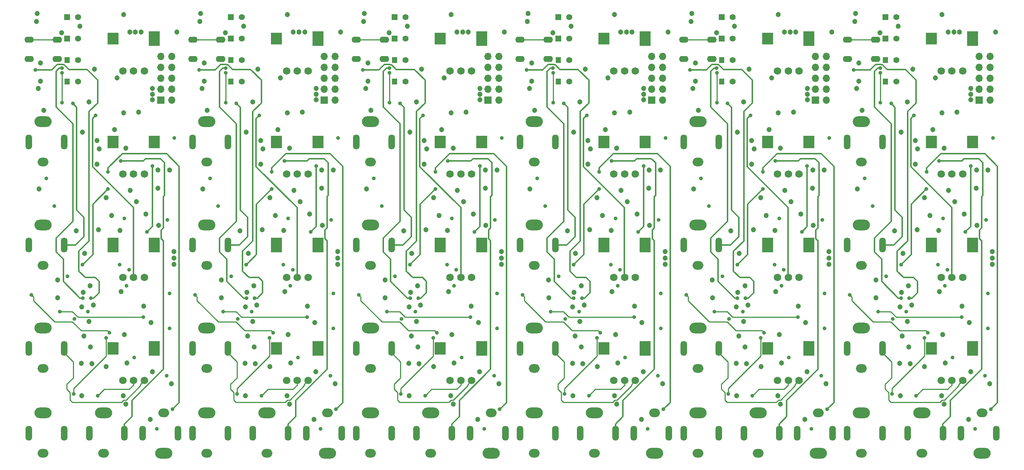
<source format=gtl>
G04 #@! TF.FileFunction,Copper,L1,Top,Signal*
%FSLAX46Y46*%
G04 Gerber Fmt 4.6, Leading zero omitted, Abs format (unit mm)*
G04 Created by KiCad (PCBNEW 4.0.2-stable) date 2019-06-26 1:43:44 PM*
%MOMM*%
G01*
G04 APERTURE LIST*
%ADD10C,0.200000*%
%ADD11R,1.700000X1.700000*%
%ADD12O,1.700000X1.700000*%
%ADD13R,2.500000X3.500000*%
%ADD14R,2.500000X2.750000*%
%ADD15C,1.750000*%
%ADD16O,4.000000X2.500000*%
%ADD17O,2.500000X2.000000*%
%ADD18O,1.500000X3.500000*%
%ADD19R,2.500000X3.000000*%
%ADD20R,1.200000X1.400000*%
%ADD21C,1.400000*%
%ADD22R,1.400000X1.400000*%
%ADD23O,2.200000X1.400000*%
%ADD24O,2.250000X1.400000*%
%ADD25C,1.200000*%
%ADD26C,0.900000*%
%ADD27C,0.250000*%
%ADD28C,0.350000*%
G04 APERTURE END LIST*
D10*
D11*
X254300000Y-67550000D03*
D12*
X256840000Y-67550000D03*
X254300000Y-65010000D03*
X256840000Y-65010000D03*
X254300000Y-62470000D03*
X256840000Y-62470000D03*
X254300000Y-59930000D03*
X256840000Y-59930000D03*
X254300000Y-57390000D03*
X256840000Y-57390000D03*
D11*
X216300000Y-67550000D03*
D12*
X218840000Y-67550000D03*
X216300000Y-65010000D03*
X218840000Y-65010000D03*
X216300000Y-62470000D03*
X218840000Y-62470000D03*
X216300000Y-59930000D03*
X218840000Y-59930000D03*
X216300000Y-57390000D03*
X218840000Y-57390000D03*
D13*
X252800000Y-53250000D03*
D14*
X243200000Y-53250000D03*
D15*
X250500000Y-60750000D03*
X248000000Y-60750000D03*
X245500000Y-60750000D03*
D16*
X255000000Y-149700000D03*
D17*
X255000000Y-140300000D03*
D18*
X250100000Y-145000000D03*
X258300000Y-145000000D03*
D13*
X252800000Y-125250000D03*
D19*
X243200000Y-125250000D03*
D15*
X250500000Y-132750000D03*
X248000000Y-132750000D03*
X245500000Y-132750000D03*
D16*
X241000000Y-140300000D03*
D17*
X241000000Y-149700000D03*
D18*
X245900000Y-145000000D03*
X237700000Y-145000000D03*
D13*
X214800000Y-53250000D03*
D14*
X205200000Y-53250000D03*
D15*
X212500000Y-60750000D03*
X210000000Y-60750000D03*
X207500000Y-60750000D03*
D20*
X194580000Y-58250000D03*
D21*
X197120000Y-58250000D03*
D22*
X194580000Y-48250000D03*
D21*
X197120000Y-48250000D03*
D22*
X194580000Y-53250000D03*
D21*
X197120000Y-53250000D03*
D23*
X185750000Y-53500000D03*
X185750000Y-58000000D03*
D24*
X192250000Y-53500000D03*
X192250000Y-58000000D03*
D16*
X189000000Y-120550000D03*
D17*
X189000000Y-129950000D03*
D18*
X193900000Y-125250000D03*
X185700000Y-125250000D03*
D16*
X189000000Y-140300000D03*
D17*
X189000000Y-149700000D03*
D18*
X193900000Y-145000000D03*
X185700000Y-145000000D03*
D16*
X203000000Y-140300000D03*
D17*
X203000000Y-149700000D03*
D18*
X207900000Y-145000000D03*
X199700000Y-145000000D03*
D16*
X227000000Y-72550000D03*
D17*
X227000000Y-81950000D03*
D18*
X231900000Y-77250000D03*
X223700000Y-77250000D03*
D13*
X252800000Y-101250000D03*
X243200000Y-101250000D03*
D15*
X250500000Y-108750000D03*
X248000000Y-108750000D03*
X245500000Y-108750000D03*
D20*
X232580000Y-63250000D03*
D21*
X235120000Y-63250000D03*
D16*
X227000000Y-96550000D03*
D17*
X227000000Y-105950000D03*
D18*
X231900000Y-101250000D03*
X223700000Y-101250000D03*
D19*
X252800000Y-77250000D03*
X243200000Y-77250000D03*
D15*
X250500000Y-84750000D03*
X248000000Y-84750000D03*
X245500000Y-84750000D03*
D23*
X223750000Y-53500000D03*
X223750000Y-58000000D03*
D24*
X230250000Y-53500000D03*
X230250000Y-58000000D03*
D22*
X232580000Y-48250000D03*
D21*
X235120000Y-48250000D03*
D20*
X232580000Y-58250000D03*
D21*
X235120000Y-58250000D03*
D22*
X232580000Y-53250000D03*
D21*
X235120000Y-53250000D03*
D16*
X227000000Y-140300000D03*
D17*
X227000000Y-149700000D03*
D18*
X231900000Y-145000000D03*
X223700000Y-145000000D03*
D13*
X214800000Y-125250000D03*
D19*
X205200000Y-125250000D03*
D15*
X212500000Y-132750000D03*
X210000000Y-132750000D03*
X207500000Y-132750000D03*
D16*
X217000000Y-149700000D03*
D17*
X217000000Y-140300000D03*
D18*
X212100000Y-145000000D03*
X220300000Y-145000000D03*
D16*
X227000000Y-120550000D03*
D17*
X227000000Y-129950000D03*
D18*
X231900000Y-125250000D03*
X223700000Y-125250000D03*
D19*
X214800000Y-77250000D03*
X205200000Y-77250000D03*
D15*
X212500000Y-84750000D03*
X210000000Y-84750000D03*
X207500000Y-84750000D03*
D16*
X189000000Y-96550000D03*
D17*
X189000000Y-105950000D03*
D18*
X193900000Y-101250000D03*
X185700000Y-101250000D03*
D13*
X214800000Y-101250000D03*
X205200000Y-101250000D03*
D15*
X212500000Y-108750000D03*
X210000000Y-108750000D03*
X207500000Y-108750000D03*
D20*
X194580000Y-63250000D03*
D21*
X197120000Y-63250000D03*
D16*
X189000000Y-72550000D03*
D17*
X189000000Y-81950000D03*
D18*
X193900000Y-77250000D03*
X185700000Y-77250000D03*
D11*
X178300000Y-67550000D03*
D12*
X180840000Y-67550000D03*
X178300000Y-65010000D03*
X180840000Y-65010000D03*
X178300000Y-62470000D03*
X180840000Y-62470000D03*
X178300000Y-59930000D03*
X180840000Y-59930000D03*
X178300000Y-57390000D03*
X180840000Y-57390000D03*
D11*
X140300000Y-67550000D03*
D12*
X142840000Y-67550000D03*
X140300000Y-65010000D03*
X142840000Y-65010000D03*
X140300000Y-62470000D03*
X142840000Y-62470000D03*
X140300000Y-59930000D03*
X142840000Y-59930000D03*
X140300000Y-57390000D03*
X142840000Y-57390000D03*
D13*
X176800000Y-53250000D03*
D14*
X167200000Y-53250000D03*
D15*
X174500000Y-60750000D03*
X172000000Y-60750000D03*
X169500000Y-60750000D03*
D16*
X179000000Y-149700000D03*
D17*
X179000000Y-140300000D03*
D18*
X174100000Y-145000000D03*
X182300000Y-145000000D03*
D13*
X176800000Y-125250000D03*
D19*
X167200000Y-125250000D03*
D15*
X174500000Y-132750000D03*
X172000000Y-132750000D03*
X169500000Y-132750000D03*
D16*
X165000000Y-140300000D03*
D17*
X165000000Y-149700000D03*
D18*
X169900000Y-145000000D03*
X161700000Y-145000000D03*
D13*
X138800000Y-53250000D03*
D14*
X129200000Y-53250000D03*
D15*
X136500000Y-60750000D03*
X134000000Y-60750000D03*
X131500000Y-60750000D03*
D20*
X118580000Y-58250000D03*
D21*
X121120000Y-58250000D03*
D22*
X118580000Y-48250000D03*
D21*
X121120000Y-48250000D03*
D22*
X118580000Y-53250000D03*
D21*
X121120000Y-53250000D03*
D23*
X109750000Y-53500000D03*
X109750000Y-58000000D03*
D24*
X116250000Y-53500000D03*
X116250000Y-58000000D03*
D16*
X113000000Y-120550000D03*
D17*
X113000000Y-129950000D03*
D18*
X117900000Y-125250000D03*
X109700000Y-125250000D03*
D16*
X113000000Y-140300000D03*
D17*
X113000000Y-149700000D03*
D18*
X117900000Y-145000000D03*
X109700000Y-145000000D03*
D16*
X127000000Y-140300000D03*
D17*
X127000000Y-149700000D03*
D18*
X131900000Y-145000000D03*
X123700000Y-145000000D03*
D16*
X151000000Y-72550000D03*
D17*
X151000000Y-81950000D03*
D18*
X155900000Y-77250000D03*
X147700000Y-77250000D03*
D13*
X176800000Y-101250000D03*
X167200000Y-101250000D03*
D15*
X174500000Y-108750000D03*
X172000000Y-108750000D03*
X169500000Y-108750000D03*
D20*
X156580000Y-63250000D03*
D21*
X159120000Y-63250000D03*
D16*
X151000000Y-96550000D03*
D17*
X151000000Y-105950000D03*
D18*
X155900000Y-101250000D03*
X147700000Y-101250000D03*
D19*
X176800000Y-77250000D03*
X167200000Y-77250000D03*
D15*
X174500000Y-84750000D03*
X172000000Y-84750000D03*
X169500000Y-84750000D03*
D23*
X147750000Y-53500000D03*
X147750000Y-58000000D03*
D24*
X154250000Y-53500000D03*
X154250000Y-58000000D03*
D22*
X156580000Y-48250000D03*
D21*
X159120000Y-48250000D03*
D20*
X156580000Y-58250000D03*
D21*
X159120000Y-58250000D03*
D22*
X156580000Y-53250000D03*
D21*
X159120000Y-53250000D03*
D16*
X151000000Y-140300000D03*
D17*
X151000000Y-149700000D03*
D18*
X155900000Y-145000000D03*
X147700000Y-145000000D03*
D13*
X138800000Y-125250000D03*
D19*
X129200000Y-125250000D03*
D15*
X136500000Y-132750000D03*
X134000000Y-132750000D03*
X131500000Y-132750000D03*
D16*
X141000000Y-149700000D03*
D17*
X141000000Y-140300000D03*
D18*
X136100000Y-145000000D03*
X144300000Y-145000000D03*
D16*
X151000000Y-120550000D03*
D17*
X151000000Y-129950000D03*
D18*
X155900000Y-125250000D03*
X147700000Y-125250000D03*
D19*
X138800000Y-77250000D03*
X129200000Y-77250000D03*
D15*
X136500000Y-84750000D03*
X134000000Y-84750000D03*
X131500000Y-84750000D03*
D16*
X113000000Y-96550000D03*
D17*
X113000000Y-105950000D03*
D18*
X117900000Y-101250000D03*
X109700000Y-101250000D03*
D13*
X138800000Y-101250000D03*
X129200000Y-101250000D03*
D15*
X136500000Y-108750000D03*
X134000000Y-108750000D03*
X131500000Y-108750000D03*
D20*
X118580000Y-63250000D03*
D21*
X121120000Y-63250000D03*
D16*
X113000000Y-72550000D03*
D17*
X113000000Y-81950000D03*
D18*
X117900000Y-77250000D03*
X109700000Y-77250000D03*
D11*
X102300000Y-67550000D03*
D12*
X104840000Y-67550000D03*
X102300000Y-65010000D03*
X104840000Y-65010000D03*
X102300000Y-62470000D03*
X104840000Y-62470000D03*
X102300000Y-59930000D03*
X104840000Y-59930000D03*
X102300000Y-57390000D03*
X104840000Y-57390000D03*
D13*
X100800000Y-53250000D03*
D14*
X91200000Y-53250000D03*
D15*
X98500000Y-60750000D03*
X96000000Y-60750000D03*
X93500000Y-60750000D03*
D13*
X100800000Y-125250000D03*
D19*
X91200000Y-125250000D03*
D15*
X98500000Y-132750000D03*
X96000000Y-132750000D03*
X93500000Y-132750000D03*
D16*
X103000000Y-149700000D03*
D17*
X103000000Y-140300000D03*
D18*
X98100000Y-145000000D03*
X106300000Y-145000000D03*
D13*
X100800000Y-101250000D03*
X91200000Y-101250000D03*
D15*
X98500000Y-108750000D03*
X96000000Y-108750000D03*
X93500000Y-108750000D03*
D19*
X100800000Y-77250000D03*
X91200000Y-77250000D03*
D15*
X98500000Y-84750000D03*
X96000000Y-84750000D03*
X93500000Y-84750000D03*
D16*
X75000000Y-72550000D03*
D17*
X75000000Y-81950000D03*
D18*
X79900000Y-77250000D03*
X71700000Y-77250000D03*
D16*
X75000000Y-96550000D03*
D17*
X75000000Y-105950000D03*
D18*
X79900000Y-101250000D03*
X71700000Y-101250000D03*
D20*
X80580000Y-63250000D03*
D21*
X83120000Y-63250000D03*
D23*
X71750000Y-53500000D03*
X71750000Y-58000000D03*
D24*
X78250000Y-53500000D03*
X78250000Y-58000000D03*
D22*
X80580000Y-53250000D03*
D21*
X83120000Y-53250000D03*
D22*
X80580000Y-48250000D03*
D21*
X83120000Y-48250000D03*
D20*
X80580000Y-58250000D03*
D21*
X83120000Y-58250000D03*
D16*
X75000000Y-140300000D03*
D17*
X75000000Y-149700000D03*
D18*
X79900000Y-145000000D03*
X71700000Y-145000000D03*
D16*
X75000000Y-120550000D03*
D17*
X75000000Y-129950000D03*
D18*
X79900000Y-125250000D03*
X71700000Y-125250000D03*
D16*
X89000000Y-140300000D03*
D17*
X89000000Y-149700000D03*
D18*
X93900000Y-145000000D03*
X85700000Y-145000000D03*
D22*
X42580000Y-48250000D03*
D21*
X45120000Y-48250000D03*
D22*
X42580000Y-53250000D03*
D21*
X45120000Y-53250000D03*
D20*
X42580000Y-58250000D03*
D21*
X45120000Y-58250000D03*
D20*
X42580000Y-63250000D03*
D21*
X45120000Y-63250000D03*
D16*
X37000000Y-72550000D03*
D17*
X37000000Y-81950000D03*
D18*
X41900000Y-77250000D03*
X33700000Y-77250000D03*
D16*
X37000000Y-96550000D03*
D17*
X37000000Y-105950000D03*
D18*
X41900000Y-101250000D03*
X33700000Y-101250000D03*
D16*
X51000000Y-140300000D03*
D17*
X51000000Y-149700000D03*
D18*
X55900000Y-145000000D03*
X47700000Y-145000000D03*
D16*
X37000000Y-120550000D03*
D17*
X37000000Y-129950000D03*
D18*
X41900000Y-125250000D03*
X33700000Y-125250000D03*
D16*
X37000000Y-140300000D03*
D17*
X37000000Y-149700000D03*
D18*
X41900000Y-145000000D03*
X33700000Y-145000000D03*
D16*
X65000000Y-149700000D03*
D17*
X65000000Y-140300000D03*
D18*
X60100000Y-145000000D03*
X68300000Y-145000000D03*
D11*
X64300000Y-67550000D03*
D12*
X66840000Y-67550000D03*
X64300000Y-65010000D03*
X66840000Y-65010000D03*
X64300000Y-62470000D03*
X66840000Y-62470000D03*
X64300000Y-59930000D03*
X66840000Y-59930000D03*
X64300000Y-57390000D03*
X66840000Y-57390000D03*
D23*
X33750000Y-53500000D03*
X33750000Y-58000000D03*
D24*
X40250000Y-53500000D03*
X40250000Y-58000000D03*
D13*
X62800000Y-125250000D03*
D19*
X53200000Y-125250000D03*
D15*
X60500000Y-132750000D03*
X58000000Y-132750000D03*
X55500000Y-132750000D03*
D13*
X62800000Y-101250000D03*
X53200000Y-101250000D03*
D15*
X60500000Y-108750000D03*
X58000000Y-108750000D03*
X55500000Y-108750000D03*
D19*
X62800000Y-77250000D03*
X53200000Y-77250000D03*
D15*
X60500000Y-84750000D03*
X58000000Y-84750000D03*
X55500000Y-84750000D03*
D13*
X62800000Y-53250000D03*
D14*
X53200000Y-53250000D03*
D15*
X60500000Y-60750000D03*
X58000000Y-60750000D03*
X55500000Y-60750000D03*
D25*
X237934834Y-110733633D03*
X236290000Y-112250000D03*
X237640000Y-118975020D03*
X245890000Y-122100000D03*
X252340000Y-130700000D03*
X235889967Y-128750000D03*
X251890000Y-141800000D03*
X198165020Y-75000000D03*
X199640000Y-67950000D03*
X200889992Y-60350000D03*
X206140000Y-62350000D03*
X187590000Y-47400000D03*
X210440000Y-51700000D03*
X209090000Y-51700000D03*
X197540000Y-50350000D03*
X189115020Y-69872237D03*
X188417738Y-63100000D03*
X188417738Y-58906624D03*
X199640000Y-118975020D03*
X207890000Y-122100000D03*
X214340000Y-130700000D03*
X197889967Y-128750000D03*
X213890000Y-141800000D03*
X253640000Y-88000000D03*
X234692188Y-97938091D03*
X242890000Y-94350000D03*
X215640000Y-88000000D03*
X198290000Y-112250000D03*
X204890000Y-94350000D03*
X196692188Y-97938091D03*
X199934834Y-110733633D03*
X237640000Y-67950000D03*
X226417738Y-63100000D03*
X238889992Y-60350000D03*
X249190000Y-70350000D03*
X244140000Y-62350000D03*
X225590000Y-47400000D03*
X226417738Y-58906624D03*
X235540000Y-50350000D03*
X249740000Y-51700000D03*
X248440000Y-51700000D03*
X247090000Y-51700000D03*
X211740000Y-51700000D03*
X211190000Y-70350000D03*
X236165020Y-75000000D03*
X227115020Y-69872237D03*
X161934834Y-110733633D03*
X160290000Y-112250000D03*
X161640000Y-118975020D03*
X169890000Y-122100000D03*
X176340000Y-130700000D03*
X159889967Y-128750000D03*
X175890000Y-141800000D03*
X122165020Y-75000000D03*
X123640000Y-67950000D03*
X124889992Y-60350000D03*
X130140000Y-62350000D03*
X111590000Y-47400000D03*
X134440000Y-51700000D03*
X133090000Y-51700000D03*
X121540000Y-50350000D03*
X113115020Y-69872237D03*
X112417738Y-63100000D03*
X112417738Y-58906624D03*
X123640000Y-118975020D03*
X131890000Y-122100000D03*
X138340000Y-130700000D03*
X121889967Y-128750000D03*
X137890000Y-141800000D03*
X177640000Y-88000000D03*
X158692188Y-97938091D03*
X166890000Y-94350000D03*
X139640000Y-88000000D03*
X122290000Y-112250000D03*
X128890000Y-94350000D03*
X120692188Y-97938091D03*
X123934834Y-110733633D03*
X161640000Y-67950000D03*
X150417738Y-63100000D03*
X162889992Y-60350000D03*
X173190000Y-70350000D03*
X168140000Y-62350000D03*
X149590000Y-47400000D03*
X150417738Y-58906624D03*
X159540000Y-50350000D03*
X173740000Y-51700000D03*
X172440000Y-51700000D03*
X171090000Y-51700000D03*
X135740000Y-51700000D03*
X135190000Y-70350000D03*
X160165020Y-75000000D03*
X151115020Y-69872237D03*
X90890000Y-94350000D03*
X82692188Y-97938091D03*
X84290000Y-112250000D03*
X101640000Y-88000000D03*
X85934834Y-110733633D03*
X97190000Y-70350000D03*
X92140000Y-62350000D03*
X86889992Y-60350000D03*
X85640000Y-67950000D03*
X84165020Y-75000000D03*
X83540000Y-50350000D03*
X73590000Y-47400000D03*
X74417738Y-58906624D03*
X97740000Y-51700000D03*
X96440000Y-51700000D03*
X95090000Y-51700000D03*
X75115020Y-69872237D03*
X74417738Y-63100000D03*
X85640000Y-118975020D03*
X83889967Y-128750000D03*
X93890000Y-122100000D03*
X100340000Y-130700000D03*
X99890000Y-141800000D03*
X55890000Y-122100000D03*
X61890000Y-141800000D03*
X44692188Y-97938091D03*
X46165020Y-75000000D03*
X46290000Y-112250000D03*
X45889967Y-128750000D03*
X47934834Y-110733633D03*
X54140000Y-62350000D03*
X47640000Y-118975020D03*
X59190000Y-70350000D03*
X36417738Y-63100000D03*
X62340000Y-130700000D03*
X47640000Y-67950000D03*
X63640000Y-88000000D03*
X52890000Y-94350000D03*
X48889992Y-60350000D03*
X37115020Y-69872237D03*
X36417738Y-58906624D03*
X57090000Y-51700000D03*
X58440000Y-51700000D03*
X35590000Y-47400000D03*
X45540000Y-50350000D03*
X59740000Y-51700000D03*
X238636930Y-115166809D03*
X250340000Y-115450000D03*
X245090000Y-112050000D03*
X230390000Y-113500000D03*
X256790000Y-133450000D03*
X246440000Y-128650000D03*
X241655870Y-129467016D03*
X236491402Y-122400000D03*
X237990000Y-124950000D03*
X246190000Y-138250000D03*
X207690000Y-70500000D03*
X193323066Y-51907859D03*
X207690000Y-47600000D03*
X187428009Y-49278281D03*
X208190000Y-78700000D03*
X201490019Y-82414910D03*
X202040000Y-78900000D03*
X187890000Y-64850000D03*
X198491402Y-122400000D03*
X199990000Y-124950000D03*
X208440000Y-128650000D03*
X218790000Y-133450000D03*
X203655870Y-129467016D03*
X212340000Y-115450000D03*
X208190000Y-138250000D03*
X239490019Y-82414910D03*
X212890000Y-94050000D03*
X215800000Y-96650000D03*
X219400000Y-102750000D03*
X219400000Y-104250000D03*
X219400000Y-105750000D03*
X250890000Y-94050000D03*
X244879452Y-97810566D03*
X253800000Y-96650000D03*
X247200000Y-88550000D03*
X241624980Y-90200000D03*
X209200000Y-88550000D03*
X257400000Y-104250000D03*
X257400000Y-105750000D03*
X257400000Y-102750000D03*
X192390000Y-113500000D03*
X200636930Y-115166809D03*
X206879452Y-97810566D03*
X203624980Y-90200000D03*
X207090000Y-112050000D03*
X240040000Y-78900000D03*
X246190000Y-78700000D03*
X245690000Y-70500000D03*
X225428009Y-49278281D03*
X231323066Y-51907859D03*
X258090000Y-51700000D03*
X245690000Y-47600000D03*
X220090000Y-51700000D03*
X225890000Y-64850000D03*
X162636930Y-115166809D03*
X174340000Y-115450000D03*
X169090000Y-112050000D03*
X154390000Y-113500000D03*
X180790000Y-133450000D03*
X170440000Y-128650000D03*
X165655870Y-129467016D03*
X160491402Y-122400000D03*
X161990000Y-124950000D03*
X170190000Y-138250000D03*
X131690000Y-70500000D03*
X117323066Y-51907859D03*
X131690000Y-47600000D03*
X111428009Y-49278281D03*
X132190000Y-78700000D03*
X125490019Y-82414910D03*
X126040000Y-78900000D03*
X111890000Y-64850000D03*
X122491402Y-122400000D03*
X123990000Y-124950000D03*
X132440000Y-128650000D03*
X142790000Y-133450000D03*
X127655870Y-129467016D03*
X136340000Y-115450000D03*
X132190000Y-138250000D03*
X163490019Y-82414910D03*
X136890000Y-94050000D03*
X139800000Y-96650000D03*
X143400000Y-102750000D03*
X143400000Y-104250000D03*
X143400000Y-105750000D03*
X174890000Y-94050000D03*
X168879452Y-97810566D03*
X177800000Y-96650000D03*
X171200000Y-88550000D03*
X165624980Y-90200000D03*
X133200000Y-88550000D03*
X181400000Y-104250000D03*
X181400000Y-105750000D03*
X181400000Y-102750000D03*
X116390000Y-113500000D03*
X124636930Y-115166809D03*
X130879452Y-97810566D03*
X127624980Y-90200000D03*
X131090000Y-112050000D03*
X164040000Y-78900000D03*
X170190000Y-78700000D03*
X169690000Y-70500000D03*
X149428009Y-49278281D03*
X155323066Y-51907859D03*
X182090000Y-51700000D03*
X169690000Y-47600000D03*
X144090000Y-51700000D03*
X149890000Y-64850000D03*
X89624980Y-90200000D03*
X92879452Y-97810566D03*
X78390000Y-113500000D03*
X95200000Y-88550000D03*
X94190000Y-78700000D03*
X88040000Y-78900000D03*
X87490019Y-82414910D03*
X105400000Y-104250000D03*
X98890000Y-94050000D03*
X105400000Y-105750000D03*
X105400000Y-102750000D03*
X101800000Y-96650000D03*
X93090000Y-112050000D03*
X93690000Y-70500000D03*
X73428009Y-49278281D03*
X79323066Y-51907859D03*
X106090000Y-51700000D03*
X93690000Y-47600000D03*
X73890000Y-64850000D03*
X86636930Y-115166809D03*
X98340000Y-115450000D03*
X84491402Y-122400000D03*
X85990000Y-124950000D03*
X94440000Y-128650000D03*
X89655870Y-129467016D03*
X94190000Y-138250000D03*
X104790000Y-133450000D03*
X51624980Y-90200000D03*
X49490019Y-82414910D03*
X41323066Y-51907859D03*
X63800000Y-96650000D03*
X67400000Y-102750000D03*
X67400000Y-105750000D03*
X67400000Y-104250000D03*
X57200000Y-88550000D03*
X54879452Y-97810566D03*
X55690000Y-47600000D03*
X68090000Y-51700000D03*
X35890000Y-64850000D03*
X50040000Y-78900000D03*
X66790000Y-133450000D03*
X55690000Y-70500000D03*
X48636930Y-115166809D03*
X56190000Y-138250000D03*
X56190000Y-78700000D03*
X35428009Y-49278281D03*
X60340000Y-115450000D03*
X55090000Y-112050000D03*
X40390000Y-113500000D03*
X51655870Y-129467016D03*
X46491402Y-122400000D03*
X56440000Y-128650000D03*
X60890000Y-94050000D03*
X47990000Y-124950000D03*
X252040000Y-119250000D03*
X235946242Y-115600000D03*
X238290000Y-128800000D03*
X235990000Y-136300000D03*
X245625565Y-136304760D03*
X201490019Y-76900000D03*
X205540000Y-74350000D03*
X200290000Y-128800000D03*
X197990000Y-136300000D03*
X214040000Y-119250000D03*
X207625565Y-136304760D03*
X256362460Y-83788006D03*
X253690000Y-83800000D03*
X226040000Y-88200000D03*
X218362460Y-83788006D03*
X230355394Y-109351952D03*
X236614980Y-103200000D03*
X239890000Y-97694744D03*
X248639987Y-91194430D03*
X215690000Y-83800000D03*
X210639987Y-91194430D03*
X197946242Y-115600000D03*
X188040000Y-88200000D03*
X201890000Y-97694744D03*
X192355394Y-109351952D03*
X198614980Y-103200000D03*
X239490019Y-76900000D03*
X243540000Y-74350000D03*
X252400000Y-67450000D03*
X252400000Y-66150000D03*
X252400000Y-64850000D03*
X214400000Y-64850000D03*
X214400000Y-66150000D03*
X214400000Y-67450000D03*
X176040000Y-119250000D03*
X159946242Y-115600000D03*
X162290000Y-128800000D03*
X159990000Y-136300000D03*
X169625565Y-136304760D03*
X125490019Y-76900000D03*
X129540000Y-74350000D03*
X124290000Y-128800000D03*
X121990000Y-136300000D03*
X138040000Y-119250000D03*
X131625565Y-136304760D03*
X180362460Y-83788006D03*
X177690000Y-83800000D03*
X150040000Y-88200000D03*
X142362460Y-83788006D03*
X154355394Y-109351952D03*
X160614980Y-103200000D03*
X163890000Y-97694744D03*
X172639987Y-91194430D03*
X139690000Y-83800000D03*
X134639987Y-91194430D03*
X121946242Y-115600000D03*
X112040000Y-88200000D03*
X125890000Y-97694744D03*
X116355394Y-109351952D03*
X122614980Y-103200000D03*
X163490019Y-76900000D03*
X167540000Y-74350000D03*
X176400000Y-67450000D03*
X176400000Y-66150000D03*
X176400000Y-64850000D03*
X138400000Y-64850000D03*
X138400000Y-66150000D03*
X138400000Y-67450000D03*
X74040000Y-88200000D03*
X87890000Y-97694744D03*
X78355394Y-109351952D03*
X101690000Y-83800000D03*
X96639987Y-91194430D03*
X104362460Y-83788006D03*
X84614980Y-103200000D03*
X100400000Y-66150000D03*
X100400000Y-64850000D03*
X100400000Y-67450000D03*
X91540000Y-74350000D03*
X87490019Y-76900000D03*
X83946242Y-115600000D03*
X83990000Y-136300000D03*
X86290000Y-128800000D03*
X100040000Y-119250000D03*
X93625565Y-136304760D03*
X49490019Y-76900000D03*
X62400000Y-64850000D03*
X62400000Y-66150000D03*
X62400000Y-67450000D03*
X46614980Y-103200000D03*
X45990000Y-136300000D03*
X48290000Y-128800000D03*
X55625565Y-136304760D03*
X40355394Y-109351952D03*
X36040000Y-88200000D03*
X53540000Y-74350000D03*
X58639987Y-91194430D03*
X45946242Y-115600000D03*
X63690000Y-83800000D03*
X49890000Y-97694744D03*
X62040000Y-119250000D03*
X66362460Y-83788006D03*
D26*
X242390000Y-121600000D03*
X204390000Y-121600000D03*
X224290002Y-112850000D03*
X186290002Y-112850000D03*
X166390000Y-121600000D03*
X128390000Y-121600000D03*
X148290002Y-112850000D03*
X110290002Y-112850000D03*
X72290002Y-112850000D03*
X90390000Y-121600000D03*
X34290002Y-112850000D03*
X52390000Y-121600000D03*
X195890000Y-68300000D03*
X233890000Y-68300000D03*
X119890000Y-68300000D03*
X157890000Y-68300000D03*
X81890000Y-68300000D03*
X43890000Y-68300000D03*
X256390000Y-120600000D03*
X246400000Y-110749990D03*
X218390000Y-120600000D03*
X229600000Y-92150000D03*
X191600000Y-92150000D03*
X208400000Y-110749990D03*
X180390000Y-120600000D03*
X170400000Y-110749990D03*
X142390000Y-120600000D03*
X153600000Y-92150000D03*
X115600000Y-92150000D03*
X132400000Y-110749990D03*
X77600000Y-92150000D03*
X94400000Y-110749990D03*
X104390000Y-120600000D03*
X56400000Y-110749990D03*
X39600000Y-92150000D03*
X66390000Y-120600000D03*
X248140000Y-127400000D03*
X210140000Y-127400000D03*
X246940000Y-106950000D03*
X208940000Y-106950000D03*
X172140000Y-127400000D03*
X134140000Y-127400000D03*
X170940000Y-106950000D03*
X132940000Y-106950000D03*
X94940000Y-106950000D03*
X96140000Y-127400000D03*
X58140000Y-127400000D03*
X56940000Y-106950000D03*
X250240000Y-118000000D03*
X230840000Y-116700000D03*
X212240000Y-118000000D03*
X192840000Y-116700000D03*
X174240000Y-118000000D03*
X154840000Y-116700000D03*
X136240000Y-118000000D03*
X116840000Y-116700000D03*
X78840000Y-116700000D03*
X98240000Y-118000000D03*
X60240000Y-118000000D03*
X40840000Y-116700000D03*
X237425777Y-116710124D03*
X253390000Y-144000000D03*
X199425777Y-116710124D03*
X215390000Y-144000000D03*
X161425777Y-116710124D03*
X177390000Y-144000000D03*
X123425777Y-116710124D03*
X139390000Y-144000000D03*
X85425777Y-116710124D03*
X101390000Y-144000000D03*
X47425777Y-116710124D03*
X63390000Y-144000000D03*
X217890000Y-95400000D03*
X255890000Y-95400000D03*
X141890000Y-95400000D03*
X179890000Y-95400000D03*
X103890000Y-95400000D03*
X65890000Y-95400000D03*
X206990000Y-81650002D03*
X244990000Y-81650002D03*
X130990000Y-81650002D03*
X168990000Y-81650002D03*
X92990000Y-81650002D03*
X54990000Y-81650002D03*
X252390000Y-82849994D03*
X213140000Y-98200000D03*
X251140000Y-98200000D03*
X214390000Y-82849994D03*
X176390000Y-82849994D03*
X137140000Y-98200000D03*
X175140000Y-98200000D03*
X138390000Y-82849994D03*
X100390000Y-82849994D03*
X99140000Y-98200000D03*
X61140000Y-98200000D03*
X62390000Y-82849994D03*
X256390000Y-112450000D03*
X218390000Y-112450000D03*
X245900000Y-95050000D03*
X227740000Y-85700000D03*
X207900000Y-95050000D03*
X189740000Y-85700000D03*
X180390000Y-112450000D03*
X142390000Y-112450000D03*
X169900000Y-95050000D03*
X151740000Y-85700000D03*
X131900000Y-95050000D03*
X113740000Y-85700000D03*
X75740000Y-85700000D03*
X93900000Y-95050000D03*
X104390000Y-112450000D03*
X55900000Y-95050000D03*
X66390000Y-112450000D03*
X37740000Y-85700000D03*
X241600010Y-122850000D03*
X234055021Y-135840270D03*
X203600010Y-122850000D03*
X196055021Y-135840270D03*
X165600010Y-122850000D03*
X158055021Y-135840270D03*
X127600010Y-122850000D03*
X120055021Y-135840270D03*
X82055021Y-135840270D03*
X89600010Y-122850000D03*
X51600010Y-122850000D03*
X44055021Y-135840270D03*
X257500000Y-76350008D03*
X219500000Y-76350008D03*
X181500000Y-76350008D03*
X143500000Y-76350008D03*
X105500000Y-76350008D03*
X67500000Y-76350008D03*
X239690000Y-136300000D03*
X201690000Y-136300000D03*
X163690000Y-136300000D03*
X125690000Y-136300000D03*
X87690000Y-136300000D03*
X49690000Y-136300000D03*
X257000000Y-139450000D03*
X204090000Y-84200000D03*
X219000000Y-139450000D03*
X242090000Y-84200000D03*
X181000000Y-139450000D03*
X128090000Y-84200000D03*
X143000000Y-139450000D03*
X166090000Y-84200000D03*
X90090000Y-84200000D03*
X105000000Y-139450000D03*
X67000000Y-139450000D03*
X52090000Y-84200000D03*
X255690000Y-131600000D03*
X217690000Y-131600000D03*
X232690000Y-108500000D03*
X194690000Y-108500000D03*
X179690000Y-131600000D03*
X141690000Y-131600000D03*
X156690000Y-108500000D03*
X118690000Y-108500000D03*
X80690000Y-108500000D03*
X103690000Y-131600000D03*
X65690000Y-131600000D03*
X42690000Y-108500000D03*
X236164969Y-105831268D03*
X242072051Y-88225020D03*
X204072051Y-88225020D03*
X198164969Y-105831268D03*
X160164969Y-105831268D03*
X166072051Y-88225020D03*
X128072051Y-88225020D03*
X122164969Y-105831268D03*
X90072051Y-88225020D03*
X84164969Y-105831268D03*
X46164969Y-105831268D03*
X52072051Y-88225020D03*
X234219903Y-118455145D03*
X196219903Y-118455145D03*
X244790000Y-105800000D03*
X206790000Y-105800000D03*
X158219903Y-118455145D03*
X120219903Y-118455145D03*
X168790000Y-105800000D03*
X130790000Y-105800000D03*
X92790000Y-105800000D03*
X82219903Y-118455145D03*
X54790000Y-105800000D03*
X44219903Y-118455145D03*
X201200000Y-71100000D03*
X239200000Y-71100000D03*
X125200000Y-71100000D03*
X163200000Y-71100000D03*
X87200000Y-71100000D03*
X49200000Y-71100000D03*
X236197775Y-113599988D03*
X193382768Y-60094619D03*
X198197775Y-113599988D03*
X231382768Y-60094619D03*
X160197775Y-113599988D03*
X117382768Y-60094619D03*
X122197775Y-113599988D03*
X155382768Y-60094619D03*
X84197775Y-113599988D03*
X79382768Y-60094619D03*
X41382768Y-60094619D03*
X46197775Y-113599988D03*
X238090000Y-113600000D03*
X187215180Y-60517000D03*
X200090000Y-113600000D03*
X225215180Y-60517000D03*
X162090000Y-113600000D03*
X111215180Y-60517000D03*
X124090000Y-113600000D03*
X149215180Y-60517000D03*
X86090000Y-113600000D03*
X73215180Y-60517000D03*
X35215180Y-60517000D03*
X48090000Y-113600000D03*
X193404197Y-68100000D03*
X193414842Y-61194163D03*
X231404197Y-68100000D03*
X231414842Y-61194163D03*
X117404197Y-68100000D03*
X117414842Y-61194163D03*
X155404197Y-68100000D03*
X155414842Y-61194163D03*
X79414842Y-61194163D03*
X79404197Y-68100000D03*
X41414842Y-61194163D03*
X41404197Y-68100000D03*
D27*
X241940001Y-121150001D02*
X235840001Y-121150001D01*
X242390000Y-121600000D02*
X241940001Y-121150001D01*
X224740001Y-114150001D02*
X224740001Y-113299999D01*
X229690000Y-119100000D02*
X224740001Y-114150001D01*
X224740001Y-113299999D02*
X224290002Y-112850000D01*
X233790000Y-119100000D02*
X229690000Y-119100000D01*
X235840001Y-121150001D02*
X233790000Y-119100000D01*
X191690000Y-119100000D02*
X186740001Y-114150001D01*
X186740001Y-114150001D02*
X186740001Y-113299999D01*
X186740001Y-113299999D02*
X186290002Y-112850000D01*
X203940001Y-121150001D02*
X197840001Y-121150001D01*
X204390000Y-121600000D02*
X203940001Y-121150001D01*
X197840001Y-121150001D02*
X195790000Y-119100000D01*
X195790000Y-119100000D02*
X191690000Y-119100000D01*
X165940001Y-121150001D02*
X159840001Y-121150001D01*
X166390000Y-121600000D02*
X165940001Y-121150001D01*
X148740001Y-114150001D02*
X148740001Y-113299999D01*
X153690000Y-119100000D02*
X148740001Y-114150001D01*
X148740001Y-113299999D02*
X148290002Y-112850000D01*
X157790000Y-119100000D02*
X153690000Y-119100000D01*
X159840001Y-121150001D02*
X157790000Y-119100000D01*
X115690000Y-119100000D02*
X110740001Y-114150001D01*
X110740001Y-114150001D02*
X110740001Y-113299999D01*
X110740001Y-113299999D02*
X110290002Y-112850000D01*
X127940001Y-121150001D02*
X121840001Y-121150001D01*
X128390000Y-121600000D02*
X127940001Y-121150001D01*
X121840001Y-121150001D02*
X119790000Y-119100000D01*
X119790000Y-119100000D02*
X115690000Y-119100000D01*
X89940001Y-121150001D02*
X83840001Y-121150001D01*
X90390000Y-121600000D02*
X89940001Y-121150001D01*
X72740001Y-113299999D02*
X72290002Y-112850000D01*
X72740001Y-114150001D02*
X72740001Y-113299999D01*
X77690000Y-119100000D02*
X72740001Y-114150001D01*
X83840001Y-121150001D02*
X81790000Y-119100000D01*
X81790000Y-119100000D02*
X77690000Y-119100000D01*
X52390000Y-121600000D02*
X51940001Y-121150001D01*
X51940001Y-121150001D02*
X45840001Y-121150001D01*
X45840001Y-121150001D02*
X43790000Y-119100000D01*
X43790000Y-119100000D02*
X39690000Y-119100000D01*
X39690000Y-119100000D02*
X34740001Y-114150001D01*
X34740001Y-114150001D02*
X34740001Y-113299999D01*
X34740001Y-113299999D02*
X34290002Y-112850000D01*
X232390000Y-101250000D02*
X232390000Y-102250000D01*
D28*
X234540000Y-101250000D02*
X231890000Y-101250000D01*
D27*
X231890000Y-101250000D02*
X231890000Y-102250000D01*
D28*
X236490000Y-99300000D02*
X234540000Y-101250000D01*
X236490000Y-94800000D02*
X236490000Y-99300000D01*
X234790000Y-93100000D02*
X236490000Y-94800000D01*
X233890000Y-68300000D02*
X234790000Y-69200000D01*
X234790000Y-69200000D02*
X234790000Y-93100000D01*
D27*
X193890000Y-101250000D02*
X193890000Y-102250000D01*
X194390000Y-101250000D02*
X194390000Y-102250000D01*
D28*
X196540000Y-101250000D02*
X193890000Y-101250000D01*
X198490000Y-99300000D02*
X196540000Y-101250000D01*
X198490000Y-94800000D02*
X198490000Y-99300000D01*
X195890000Y-68300000D02*
X196790000Y-69200000D01*
X196790000Y-93100000D02*
X198490000Y-94800000D01*
X196790000Y-69200000D02*
X196790000Y-93100000D01*
D27*
X156390000Y-101250000D02*
X156390000Y-102250000D01*
D28*
X158540000Y-101250000D02*
X155890000Y-101250000D01*
D27*
X155890000Y-101250000D02*
X155890000Y-102250000D01*
D28*
X160490000Y-99300000D02*
X158540000Y-101250000D01*
X160490000Y-94800000D02*
X160490000Y-99300000D01*
X158790000Y-93100000D02*
X160490000Y-94800000D01*
X157890000Y-68300000D02*
X158790000Y-69200000D01*
X158790000Y-69200000D02*
X158790000Y-93100000D01*
D27*
X117890000Y-101250000D02*
X117890000Y-102250000D01*
X118390000Y-101250000D02*
X118390000Y-102250000D01*
D28*
X120540000Y-101250000D02*
X117890000Y-101250000D01*
X122490000Y-99300000D02*
X120540000Y-101250000D01*
X122490000Y-94800000D02*
X122490000Y-99300000D01*
X119890000Y-68300000D02*
X120790000Y-69200000D01*
X120790000Y-93100000D02*
X122490000Y-94800000D01*
X120790000Y-69200000D02*
X120790000Y-93100000D01*
X81890000Y-68300000D02*
X82790000Y-69200000D01*
X82790000Y-69200000D02*
X82790000Y-93100000D01*
D27*
X79890000Y-101250000D02*
X79890000Y-102250000D01*
D28*
X82540000Y-101250000D02*
X79890000Y-101250000D01*
D27*
X80390000Y-101250000D02*
X80390000Y-102250000D01*
D28*
X84490000Y-99300000D02*
X82540000Y-101250000D01*
X84490000Y-94800000D02*
X84490000Y-99300000D01*
X82790000Y-93100000D02*
X84490000Y-94800000D01*
X43890000Y-68300000D02*
X44790000Y-69200000D01*
X44790000Y-69200000D02*
X44790000Y-93100000D01*
X44790000Y-93100000D02*
X46490000Y-94800000D01*
X46490000Y-94800000D02*
X46490000Y-99300000D01*
X46490000Y-99300000D02*
X44540000Y-101250000D01*
X44540000Y-101250000D02*
X41890000Y-101250000D01*
D27*
X41890000Y-101250000D02*
X41890000Y-102250000D01*
X42390000Y-101250000D02*
X42390000Y-102250000D01*
X195800000Y-137800000D02*
X207196998Y-137800000D01*
X211605001Y-133928001D02*
X211605001Y-133624999D01*
X211605001Y-133624999D02*
X212480000Y-132750000D01*
X208258003Y-137274999D02*
X211605001Y-133928001D01*
X207721999Y-137274999D02*
X208258003Y-137274999D01*
X207196998Y-137800000D02*
X207721999Y-137274999D01*
X193890000Y-126300000D02*
X195990000Y-128400000D01*
X194500000Y-133590000D02*
X194500000Y-134750000D01*
X195990000Y-132100000D02*
X194500000Y-133590000D01*
X195990000Y-128400000D02*
X195990000Y-132100000D01*
X195280001Y-137280001D02*
X195800000Y-137800000D01*
X194500000Y-134750000D02*
X195280001Y-135530001D01*
X195280001Y-135530001D02*
X195280001Y-137280001D01*
X249605001Y-133624999D02*
X250480000Y-132750000D01*
X249605001Y-133928001D02*
X249605001Y-133624999D01*
X233280001Y-135530001D02*
X233280001Y-137280001D01*
X233280001Y-137280001D02*
X233800000Y-137800000D01*
X233990000Y-128400000D02*
X233990000Y-132100000D01*
X232500000Y-134750000D02*
X233280001Y-135530001D01*
X233990000Y-132100000D02*
X232500000Y-133590000D01*
X232500000Y-133590000D02*
X232500000Y-134750000D01*
X233800000Y-137800000D02*
X245196998Y-137800000D01*
X245721999Y-137274999D02*
X246258003Y-137274999D01*
X245196998Y-137800000D02*
X245721999Y-137274999D01*
X246258003Y-137274999D02*
X249605001Y-133928001D01*
X231890000Y-126300000D02*
X233990000Y-128400000D01*
X231890000Y-125250000D02*
X231890000Y-126300000D01*
X193890000Y-125250000D02*
X193890000Y-126300000D01*
X119800000Y-137800000D02*
X131196998Y-137800000D01*
X135605001Y-133928001D02*
X135605001Y-133624999D01*
X135605001Y-133624999D02*
X136480000Y-132750000D01*
X132258003Y-137274999D02*
X135605001Y-133928001D01*
X131721999Y-137274999D02*
X132258003Y-137274999D01*
X131196998Y-137800000D02*
X131721999Y-137274999D01*
X117890000Y-126300000D02*
X119990000Y-128400000D01*
X118500000Y-133590000D02*
X118500000Y-134750000D01*
X119990000Y-132100000D02*
X118500000Y-133590000D01*
X119990000Y-128400000D02*
X119990000Y-132100000D01*
X119280001Y-137280001D02*
X119800000Y-137800000D01*
X118500000Y-134750000D02*
X119280001Y-135530001D01*
X119280001Y-135530001D02*
X119280001Y-137280001D01*
X173605001Y-133624999D02*
X174480000Y-132750000D01*
X173605001Y-133928001D02*
X173605001Y-133624999D01*
X157280001Y-135530001D02*
X157280001Y-137280001D01*
X157280001Y-137280001D02*
X157800000Y-137800000D01*
X157990000Y-128400000D02*
X157990000Y-132100000D01*
X156500000Y-134750000D02*
X157280001Y-135530001D01*
X157990000Y-132100000D02*
X156500000Y-133590000D01*
X156500000Y-133590000D02*
X156500000Y-134750000D01*
X157800000Y-137800000D02*
X169196998Y-137800000D01*
X169721999Y-137274999D02*
X170258003Y-137274999D01*
X169196998Y-137800000D02*
X169721999Y-137274999D01*
X170258003Y-137274999D02*
X173605001Y-133928001D01*
X155890000Y-126300000D02*
X157990000Y-128400000D01*
X155890000Y-125250000D02*
X155890000Y-126300000D01*
X117890000Y-125250000D02*
X117890000Y-126300000D01*
X79890000Y-126300000D02*
X81990000Y-128400000D01*
X79890000Y-125250000D02*
X79890000Y-126300000D01*
X93196998Y-137800000D02*
X93721999Y-137274999D01*
X93721999Y-137274999D02*
X94258003Y-137274999D01*
X97605001Y-133928001D02*
X97605001Y-133624999D01*
X94258003Y-137274999D02*
X97605001Y-133928001D01*
X97605001Y-133624999D02*
X98480000Y-132750000D01*
X81280001Y-135530001D02*
X81280001Y-137280001D01*
X81800000Y-137800000D02*
X93196998Y-137800000D01*
X81280001Y-137280001D02*
X81800000Y-137800000D01*
X81990000Y-128400000D02*
X81990000Y-132100000D01*
X80500000Y-133590000D02*
X80500000Y-134750000D01*
X80500000Y-134750000D02*
X81280001Y-135530001D01*
X81990000Y-132100000D02*
X80500000Y-133590000D01*
X42500000Y-134750000D02*
X43280001Y-135530001D01*
X59605001Y-133928001D02*
X59605001Y-133624999D01*
X41890000Y-125250000D02*
X41890000Y-126300000D01*
X43990000Y-132100000D02*
X42500000Y-133590000D01*
X56258003Y-137274999D02*
X59605001Y-133928001D01*
X55196998Y-137800000D02*
X55721999Y-137274999D01*
X41890000Y-126300000D02*
X43990000Y-128400000D01*
X59605001Y-133624999D02*
X60480000Y-132750000D01*
X43990000Y-128400000D02*
X43990000Y-132100000D01*
X42500000Y-133590000D02*
X42500000Y-134750000D01*
X43280001Y-135530001D02*
X43280001Y-137280001D01*
X43280001Y-137280001D02*
X43800000Y-137800000D01*
X43800000Y-137800000D02*
X55196998Y-137800000D01*
X55721999Y-137274999D02*
X56258003Y-137274999D01*
X235087002Y-118000000D02*
X249603604Y-118000000D01*
X211603604Y-118000000D02*
X212240000Y-118000000D01*
X249603604Y-118000000D02*
X250240000Y-118000000D01*
X233787002Y-116700000D02*
X235087002Y-118000000D01*
X230840000Y-116700000D02*
X233787002Y-116700000D01*
X195787002Y-116700000D02*
X197087002Y-118000000D01*
X197087002Y-118000000D02*
X211603604Y-118000000D01*
X192840000Y-116700000D02*
X195787002Y-116700000D01*
X159087002Y-118000000D02*
X173603604Y-118000000D01*
X135603604Y-118000000D02*
X136240000Y-118000000D01*
X173603604Y-118000000D02*
X174240000Y-118000000D01*
X157787002Y-116700000D02*
X159087002Y-118000000D01*
X154840000Y-116700000D02*
X157787002Y-116700000D01*
X119787002Y-116700000D02*
X121087002Y-118000000D01*
X121087002Y-118000000D02*
X135603604Y-118000000D01*
X116840000Y-116700000D02*
X119787002Y-116700000D01*
X97603604Y-118000000D02*
X98240000Y-118000000D01*
X83087002Y-118000000D02*
X97603604Y-118000000D01*
X81787002Y-116700000D02*
X83087002Y-118000000D01*
X78840000Y-116700000D02*
X81787002Y-116700000D01*
X59603604Y-118000000D02*
X60240000Y-118000000D01*
X40840000Y-116700000D02*
X43787002Y-116700000D01*
X45087002Y-118000000D02*
X59603604Y-118000000D01*
X43787002Y-116700000D02*
X45087002Y-118000000D01*
D28*
X250800000Y-81150000D02*
X254240000Y-81150000D01*
X254240000Y-81150000D02*
X255190000Y-82100000D01*
X244990000Y-81650002D02*
X244990002Y-81650000D01*
X244990002Y-81650000D02*
X250300000Y-81650000D01*
X250300000Y-81650000D02*
X250800000Y-81150000D01*
X254900000Y-97271598D02*
X254419999Y-97751599D01*
X254900000Y-89990000D02*
X254900000Y-97271598D01*
X255190000Y-89700000D02*
X254900000Y-89990000D01*
X255190000Y-82100000D02*
X255190000Y-89700000D01*
X254419999Y-99194997D02*
X254425001Y-99199999D01*
X254425001Y-99199999D02*
X254425001Y-99753403D01*
X254419999Y-97751599D02*
X254419999Y-99194997D01*
X254425001Y-99753403D02*
X254900000Y-100228402D01*
X209640000Y-141100000D02*
X207890000Y-142850000D01*
X207890000Y-142850000D02*
X207890000Y-145750000D01*
X254900000Y-130142998D02*
X247640000Y-137402998D01*
X247640000Y-141100000D02*
X245890000Y-142850000D01*
X245890000Y-142850000D02*
X245890000Y-145750000D01*
X247640000Y-137402998D02*
X247640000Y-141100000D01*
X216900000Y-100228402D02*
X216900000Y-130142998D01*
X209640000Y-137402998D02*
X209640000Y-141100000D01*
X216900000Y-130142998D02*
X209640000Y-137402998D01*
X254900000Y-100228402D02*
X254900000Y-130142998D01*
X216900000Y-97271598D02*
X216419999Y-97751599D01*
X216900000Y-89990000D02*
X216900000Y-97271598D01*
X216419999Y-99194997D02*
X216425001Y-99199999D01*
X216419999Y-97751599D02*
X216419999Y-99194997D01*
X216425001Y-99199999D02*
X216425001Y-99753403D01*
X216425001Y-99753403D02*
X216900000Y-100228402D01*
X206990002Y-81650000D02*
X212300000Y-81650000D01*
X206990000Y-81650002D02*
X206990002Y-81650000D01*
X212300000Y-81650000D02*
X212800000Y-81150000D01*
X216240000Y-81150000D02*
X217190000Y-82100000D01*
X212800000Y-81150000D02*
X216240000Y-81150000D01*
X217190000Y-89700000D02*
X216900000Y-89990000D01*
X217190000Y-82100000D02*
X217190000Y-89700000D01*
X174800000Y-81150000D02*
X178240000Y-81150000D01*
X178240000Y-81150000D02*
X179190000Y-82100000D01*
X168990000Y-81650002D02*
X168990002Y-81650000D01*
X168990002Y-81650000D02*
X174300000Y-81650000D01*
X174300000Y-81650000D02*
X174800000Y-81150000D01*
X178900000Y-97271598D02*
X178419999Y-97751599D01*
X178900000Y-89990000D02*
X178900000Y-97271598D01*
X179190000Y-89700000D02*
X178900000Y-89990000D01*
X179190000Y-82100000D02*
X179190000Y-89700000D01*
X178419999Y-99194997D02*
X178425001Y-99199999D01*
X178425001Y-99199999D02*
X178425001Y-99753403D01*
X178419999Y-97751599D02*
X178419999Y-99194997D01*
X178425001Y-99753403D02*
X178900000Y-100228402D01*
X133640000Y-141100000D02*
X131890000Y-142850000D01*
X131890000Y-142850000D02*
X131890000Y-145750000D01*
X178900000Y-130142998D02*
X171640000Y-137402998D01*
X171640000Y-141100000D02*
X169890000Y-142850000D01*
X169890000Y-142850000D02*
X169890000Y-145750000D01*
X171640000Y-137402998D02*
X171640000Y-141100000D01*
X140900000Y-100228402D02*
X140900000Y-130142998D01*
X133640000Y-137402998D02*
X133640000Y-141100000D01*
X140900000Y-130142998D02*
X133640000Y-137402998D01*
X178900000Y-100228402D02*
X178900000Y-130142998D01*
X140900000Y-97271598D02*
X140419999Y-97751599D01*
X140900000Y-89990000D02*
X140900000Y-97271598D01*
X140419999Y-99194997D02*
X140425001Y-99199999D01*
X140419999Y-97751599D02*
X140419999Y-99194997D01*
X140425001Y-99199999D02*
X140425001Y-99753403D01*
X140425001Y-99753403D02*
X140900000Y-100228402D01*
X130990002Y-81650000D02*
X136300000Y-81650000D01*
X130990000Y-81650002D02*
X130990002Y-81650000D01*
X136300000Y-81650000D02*
X136800000Y-81150000D01*
X140240000Y-81150000D02*
X141190000Y-82100000D01*
X136800000Y-81150000D02*
X140240000Y-81150000D01*
X141190000Y-89700000D02*
X140900000Y-89990000D01*
X141190000Y-82100000D02*
X141190000Y-89700000D01*
X102900000Y-89990000D02*
X102900000Y-97271598D01*
X103190000Y-89700000D02*
X102900000Y-89990000D01*
X103190000Y-82100000D02*
X103190000Y-89700000D01*
X98800000Y-81150000D02*
X102240000Y-81150000D01*
X102240000Y-81150000D02*
X103190000Y-82100000D01*
X98300000Y-81650000D02*
X98800000Y-81150000D01*
X92990002Y-81650000D02*
X98300000Y-81650000D01*
X92990000Y-81650002D02*
X92990002Y-81650000D01*
X95640000Y-137402998D02*
X95640000Y-141100000D01*
X95640000Y-141100000D02*
X93890000Y-142850000D01*
X93890000Y-142850000D02*
X93890000Y-145750000D01*
X102425001Y-99199999D02*
X102425001Y-99753403D01*
X102419999Y-99194997D02*
X102425001Y-99199999D01*
X102900000Y-97271598D02*
X102419999Y-97751599D01*
X102425001Y-99753403D02*
X102900000Y-100228402D01*
X102419999Y-97751599D02*
X102419999Y-99194997D01*
X102900000Y-130142998D02*
X95640000Y-137402998D01*
X102900000Y-100228402D02*
X102900000Y-130142998D01*
X64240000Y-81150000D02*
X65190000Y-82100000D01*
X54990000Y-81650002D02*
X54990002Y-81650000D01*
X64425001Y-99753403D02*
X64900000Y-100228402D01*
X54990002Y-81650000D02*
X60300000Y-81650000D01*
X60300000Y-81650000D02*
X60800000Y-81150000D01*
X64419999Y-99194997D02*
X64425001Y-99199999D01*
X60800000Y-81150000D02*
X64240000Y-81150000D01*
X65190000Y-82100000D02*
X65190000Y-89700000D01*
X65190000Y-89700000D02*
X64900000Y-89990000D01*
X64900000Y-130142998D02*
X57640000Y-137402998D01*
X64900000Y-89990000D02*
X64900000Y-97271598D01*
X64900000Y-97271598D02*
X64419999Y-97751599D01*
X64419999Y-97751599D02*
X64419999Y-99194997D01*
X64425001Y-99199999D02*
X64425001Y-99753403D01*
X64900000Y-100228402D02*
X64900000Y-130142998D01*
X57640000Y-137402998D02*
X57640000Y-141100000D01*
X57640000Y-141100000D02*
X55890000Y-142850000D01*
X55890000Y-142850000D02*
X55890000Y-145750000D01*
X252390000Y-83486390D02*
X252390000Y-82849994D01*
X252390000Y-96950000D02*
X252390000Y-83486390D01*
X251140000Y-98200000D02*
X252390000Y-96950000D01*
X214390000Y-96950000D02*
X214390000Y-83486390D01*
X213140000Y-98200000D02*
X214390000Y-96950000D01*
X214390000Y-83486390D02*
X214390000Y-82849994D01*
X176390000Y-83486390D02*
X176390000Y-82849994D01*
X176390000Y-96950000D02*
X176390000Y-83486390D01*
X175140000Y-98200000D02*
X176390000Y-96950000D01*
X138390000Y-96950000D02*
X138390000Y-83486390D01*
X137140000Y-98200000D02*
X138390000Y-96950000D01*
X138390000Y-83486390D02*
X138390000Y-82849994D01*
X100390000Y-83486390D02*
X100390000Y-82849994D01*
X99140000Y-98200000D02*
X100390000Y-96950000D01*
X100390000Y-96950000D02*
X100390000Y-83486390D01*
X62390000Y-83486390D02*
X62390000Y-82849994D01*
X61140000Y-98200000D02*
X62390000Y-96950000D01*
X62390000Y-96950000D02*
X62390000Y-83486390D01*
D27*
X196055021Y-134579979D02*
X203600010Y-127034990D01*
X196055021Y-135840270D02*
X196055021Y-134579979D01*
X234055021Y-135840270D02*
X234055021Y-134579979D01*
X234055021Y-134579979D02*
X241600010Y-127034990D01*
X241600010Y-123486396D02*
X241600010Y-122850000D01*
X241600010Y-127034990D02*
X241600010Y-123486396D01*
X203600010Y-127034990D02*
X203600010Y-123486396D01*
X203600010Y-123486396D02*
X203600010Y-122850000D01*
X120055021Y-134579979D02*
X127600010Y-127034990D01*
X120055021Y-135840270D02*
X120055021Y-134579979D01*
X158055021Y-135840270D02*
X158055021Y-134579979D01*
X158055021Y-134579979D02*
X165600010Y-127034990D01*
X165600010Y-123486396D02*
X165600010Y-122850000D01*
X165600010Y-127034990D02*
X165600010Y-123486396D01*
X127600010Y-127034990D02*
X127600010Y-123486396D01*
X127600010Y-123486396D02*
X127600010Y-122850000D01*
X89600010Y-123486396D02*
X89600010Y-122850000D01*
X89600010Y-127034990D02*
X89600010Y-123486396D01*
X82055021Y-135840270D02*
X82055021Y-134579979D01*
X82055021Y-134579979D02*
X89600010Y-127034990D01*
X51600010Y-127034990D02*
X51600010Y-123486396D01*
X51600010Y-123486396D02*
X51600010Y-122850000D01*
X44055021Y-134579979D02*
X51600010Y-127034990D01*
X44055021Y-135840270D02*
X44055021Y-134579979D01*
X203190000Y-134800000D02*
X202139999Y-135850001D01*
X202139999Y-135850001D02*
X201690000Y-136300000D01*
X208990000Y-134800000D02*
X203190000Y-134800000D01*
X209980000Y-132750000D02*
X209990000Y-132760000D01*
X209990000Y-133800000D02*
X208990000Y-134800000D01*
X209990000Y-132760000D02*
X209990000Y-133800000D01*
X247990000Y-132760000D02*
X247990000Y-133800000D01*
X247980000Y-132750000D02*
X247990000Y-132760000D01*
X241190000Y-134800000D02*
X240139999Y-135850001D01*
X246990000Y-134800000D02*
X241190000Y-134800000D01*
X240139999Y-135850001D02*
X239690000Y-136300000D01*
X247990000Y-133800000D02*
X246990000Y-134800000D01*
X127190000Y-134800000D02*
X126139999Y-135850001D01*
X126139999Y-135850001D02*
X125690000Y-136300000D01*
X132990000Y-134800000D02*
X127190000Y-134800000D01*
X133980000Y-132750000D02*
X133990000Y-132760000D01*
X133990000Y-133800000D02*
X132990000Y-134800000D01*
X133990000Y-132760000D02*
X133990000Y-133800000D01*
X171990000Y-132760000D02*
X171990000Y-133800000D01*
X171980000Y-132750000D02*
X171990000Y-132760000D01*
X165190000Y-134800000D02*
X164139999Y-135850001D01*
X170990000Y-134800000D02*
X165190000Y-134800000D01*
X164139999Y-135850001D02*
X163690000Y-136300000D01*
X171990000Y-133800000D02*
X170990000Y-134800000D01*
X95990000Y-133800000D02*
X94990000Y-134800000D01*
X95990000Y-132760000D02*
X95990000Y-133800000D01*
X95980000Y-132750000D02*
X95990000Y-132760000D01*
X88139999Y-135850001D02*
X87690000Y-136300000D01*
X89190000Y-134800000D02*
X88139999Y-135850001D01*
X94990000Y-134800000D02*
X89190000Y-134800000D01*
X57980000Y-132750000D02*
X57990000Y-132760000D01*
X57990000Y-132760000D02*
X57990000Y-133800000D01*
X57990000Y-133800000D02*
X56990000Y-134800000D01*
X56990000Y-134800000D02*
X51190000Y-134800000D01*
X51190000Y-134800000D02*
X50139999Y-135850001D01*
X50139999Y-135850001D02*
X49690000Y-136300000D01*
D28*
X242090000Y-84200000D02*
X242090000Y-83307000D01*
X255640000Y-80000000D02*
X258580001Y-82940001D01*
X242090000Y-83307000D02*
X245397000Y-80000000D01*
X245397000Y-80000000D02*
X255640000Y-80000000D01*
X257449999Y-139000001D02*
X257000000Y-139450000D01*
X258580001Y-137869999D02*
X257449999Y-139000001D01*
X220580001Y-137869999D02*
X219449999Y-139000001D01*
X219449999Y-139000001D02*
X219000000Y-139450000D01*
X220580001Y-82940001D02*
X220580001Y-137869999D01*
X258580001Y-82940001D02*
X258580001Y-137869999D01*
X207397000Y-80000000D02*
X217640000Y-80000000D01*
X217640000Y-80000000D02*
X220580001Y-82940001D01*
X204090000Y-84200000D02*
X204090000Y-83307000D01*
X204090000Y-83307000D02*
X207397000Y-80000000D01*
X166090000Y-84200000D02*
X166090000Y-83307000D01*
X179640000Y-80000000D02*
X182580001Y-82940001D01*
X166090000Y-83307000D02*
X169397000Y-80000000D01*
X169397000Y-80000000D02*
X179640000Y-80000000D01*
X181449999Y-139000001D02*
X181000000Y-139450000D01*
X182580001Y-137869999D02*
X181449999Y-139000001D01*
X144580001Y-137869999D02*
X143449999Y-139000001D01*
X143449999Y-139000001D02*
X143000000Y-139450000D01*
X144580001Y-82940001D02*
X144580001Y-137869999D01*
X182580001Y-82940001D02*
X182580001Y-137869999D01*
X131397000Y-80000000D02*
X141640000Y-80000000D01*
X141640000Y-80000000D02*
X144580001Y-82940001D01*
X128090000Y-84200000D02*
X128090000Y-83307000D01*
X128090000Y-83307000D02*
X131397000Y-80000000D01*
X93397000Y-80000000D02*
X103640000Y-80000000D01*
X103640000Y-80000000D02*
X106580001Y-82940001D01*
X90090000Y-83307000D02*
X93397000Y-80000000D01*
X90090000Y-84200000D02*
X90090000Y-83307000D01*
X105449999Y-139000001D02*
X105000000Y-139450000D01*
X106580001Y-82940001D02*
X106580001Y-137869999D01*
X106580001Y-137869999D02*
X105449999Y-139000001D01*
X67449999Y-139000001D02*
X67000000Y-139450000D01*
X68580001Y-82940001D02*
X68580001Y-137869999D01*
X65640000Y-80000000D02*
X68580001Y-82940001D01*
X68580001Y-137869999D02*
X67449999Y-139000001D01*
X55397000Y-80000000D02*
X65640000Y-80000000D01*
X52090000Y-83307000D02*
X55397000Y-80000000D01*
X52090000Y-84200000D02*
X52090000Y-83307000D01*
X242072051Y-88225020D02*
X238540000Y-91757071D01*
X238540000Y-103456237D02*
X236614968Y-105381269D01*
X236614968Y-105381269D02*
X236164969Y-105831268D01*
X198614968Y-105381269D02*
X198164969Y-105831268D01*
X200540000Y-103456237D02*
X198614968Y-105381269D01*
X238540000Y-91757071D02*
X238540000Y-103456237D01*
X204072051Y-88225020D02*
X200540000Y-91757071D01*
X200540000Y-91757071D02*
X200540000Y-103456237D01*
X166072051Y-88225020D02*
X162540000Y-91757071D01*
X162540000Y-103456237D02*
X160614968Y-105381269D01*
X160614968Y-105381269D02*
X160164969Y-105831268D01*
X122614968Y-105381269D02*
X122164969Y-105831268D01*
X124540000Y-103456237D02*
X122614968Y-105381269D01*
X162540000Y-91757071D02*
X162540000Y-103456237D01*
X128072051Y-88225020D02*
X124540000Y-91757071D01*
X124540000Y-91757071D02*
X124540000Y-103456237D01*
X90072051Y-88225020D02*
X86540000Y-91757071D01*
X84614968Y-105381269D02*
X84164969Y-105831268D01*
X86540000Y-103456237D02*
X84614968Y-105381269D01*
X86540000Y-91757071D02*
X86540000Y-103456237D01*
X48540000Y-103456237D02*
X46614968Y-105381269D01*
X48540000Y-91757071D02*
X48540000Y-103456237D01*
X52072051Y-88225020D02*
X48540000Y-91757071D01*
X46614968Y-105381269D02*
X46164969Y-105831268D01*
D27*
X230250000Y-53500000D02*
X223750000Y-53500000D01*
X192250000Y-53500000D02*
X185750000Y-53500000D01*
X154250000Y-53500000D02*
X147750000Y-53500000D01*
X116250000Y-53500000D02*
X109750000Y-53500000D01*
X78250000Y-53500000D02*
X71750000Y-53500000D01*
X40250000Y-53500000D02*
X33750000Y-53500000D01*
D28*
X247980000Y-92542998D02*
X238464999Y-83027997D01*
X209980000Y-108750000D02*
X209980000Y-92542998D01*
X247980000Y-108750000D02*
X247980000Y-92542998D01*
X238464999Y-71835001D02*
X238750001Y-71549999D01*
X238464999Y-83027997D02*
X238464999Y-71835001D01*
X238750001Y-71549999D02*
X239200000Y-71100000D01*
X209980000Y-92542998D02*
X200464999Y-83027997D01*
X200464999Y-71835001D02*
X200750001Y-71549999D01*
X200464999Y-83027997D02*
X200464999Y-71835001D01*
X200750001Y-71549999D02*
X201200000Y-71100000D01*
X171980000Y-92542998D02*
X162464999Y-83027997D01*
X133980000Y-108750000D02*
X133980000Y-92542998D01*
X171980000Y-108750000D02*
X171980000Y-92542998D01*
X162464999Y-71835001D02*
X162750001Y-71549999D01*
X162464999Y-83027997D02*
X162464999Y-71835001D01*
X162750001Y-71549999D02*
X163200000Y-71100000D01*
X133980000Y-92542998D02*
X124464999Y-83027997D01*
X124464999Y-71835001D02*
X124750001Y-71549999D01*
X124464999Y-83027997D02*
X124464999Y-71835001D01*
X124750001Y-71549999D02*
X125200000Y-71100000D01*
X86750001Y-71549999D02*
X87200000Y-71100000D01*
X86464999Y-71835001D02*
X86750001Y-71549999D01*
X86464999Y-83027997D02*
X86464999Y-71835001D01*
X95980000Y-92542998D02*
X86464999Y-83027997D01*
X95980000Y-108750000D02*
X95980000Y-92542998D01*
X48750001Y-71549999D02*
X49200000Y-71100000D01*
X48464999Y-71835001D02*
X48750001Y-71549999D01*
X48464999Y-83027997D02*
X48464999Y-71835001D01*
X57980000Y-92542998D02*
X48464999Y-83027997D01*
X57980000Y-108750000D02*
X57980000Y-92542998D01*
X229990000Y-99600000D02*
X233890000Y-95700000D01*
X236197775Y-113599988D02*
X235561379Y-113599988D01*
X231690000Y-109728609D02*
X231690000Y-104500000D01*
X235561379Y-113599988D02*
X231690000Y-109728609D01*
X231690000Y-104500000D02*
X229990000Y-102800000D01*
X197561379Y-113599988D02*
X193690000Y-109728609D01*
X193690000Y-109728609D02*
X193690000Y-104500000D01*
X198197775Y-113599988D02*
X197561379Y-113599988D01*
X229990000Y-102800000D02*
X229990000Y-99600000D01*
X233890000Y-95700000D02*
X233890000Y-73000000D01*
X230746372Y-60094619D02*
X231382768Y-60094619D01*
X229990000Y-60850991D02*
X230746372Y-60094619D01*
X229990000Y-69100000D02*
X229990000Y-60850991D01*
X233890000Y-73000000D02*
X229990000Y-69100000D01*
X193690000Y-104500000D02*
X191990000Y-102800000D01*
X191990000Y-102800000D02*
X191990000Y-99600000D01*
X191990000Y-99600000D02*
X195890000Y-95700000D01*
X191990000Y-60850991D02*
X192746372Y-60094619D01*
X192746372Y-60094619D02*
X193382768Y-60094619D01*
X195890000Y-95700000D02*
X195890000Y-73000000D01*
X195890000Y-73000000D02*
X191990000Y-69100000D01*
X191990000Y-69100000D02*
X191990000Y-60850991D01*
X153990000Y-99600000D02*
X157890000Y-95700000D01*
X160197775Y-113599988D02*
X159561379Y-113599988D01*
X155690000Y-109728609D02*
X155690000Y-104500000D01*
X159561379Y-113599988D02*
X155690000Y-109728609D01*
X155690000Y-104500000D02*
X153990000Y-102800000D01*
X121561379Y-113599988D02*
X117690000Y-109728609D01*
X117690000Y-109728609D02*
X117690000Y-104500000D01*
X122197775Y-113599988D02*
X121561379Y-113599988D01*
X153990000Y-102800000D02*
X153990000Y-99600000D01*
X157890000Y-95700000D02*
X157890000Y-73000000D01*
X154746372Y-60094619D02*
X155382768Y-60094619D01*
X153990000Y-60850991D02*
X154746372Y-60094619D01*
X153990000Y-69100000D02*
X153990000Y-60850991D01*
X157890000Y-73000000D02*
X153990000Y-69100000D01*
X117690000Y-104500000D02*
X115990000Y-102800000D01*
X115990000Y-102800000D02*
X115990000Y-99600000D01*
X115990000Y-99600000D02*
X119890000Y-95700000D01*
X115990000Y-60850991D02*
X116746372Y-60094619D01*
X116746372Y-60094619D02*
X117382768Y-60094619D01*
X119890000Y-95700000D02*
X119890000Y-73000000D01*
X119890000Y-73000000D02*
X115990000Y-69100000D01*
X115990000Y-69100000D02*
X115990000Y-60850991D01*
X77990000Y-69100000D02*
X77990000Y-60850991D01*
X81890000Y-95700000D02*
X81890000Y-73000000D01*
X77990000Y-99600000D02*
X81890000Y-95700000D01*
X81890000Y-73000000D02*
X77990000Y-69100000D01*
X78746372Y-60094619D02*
X79382768Y-60094619D01*
X77990000Y-60850991D02*
X78746372Y-60094619D01*
X84197775Y-113599988D02*
X83561379Y-113599988D01*
X77990000Y-102800000D02*
X77990000Y-99600000D01*
X79690000Y-104500000D02*
X77990000Y-102800000D01*
X79690000Y-109728609D02*
X79690000Y-104500000D01*
X83561379Y-113599988D02*
X79690000Y-109728609D01*
X41690000Y-104500000D02*
X39990000Y-102800000D01*
X46197775Y-113599988D02*
X45561379Y-113599988D01*
X40746372Y-60094619D02*
X41382768Y-60094619D01*
X39990000Y-60850991D02*
X40746372Y-60094619D01*
X39990000Y-69100000D02*
X39990000Y-60850991D01*
X39990000Y-99600000D02*
X43890000Y-95700000D01*
X39990000Y-102800000D02*
X39990000Y-99600000D01*
X43890000Y-95700000D02*
X43890000Y-73000000D01*
X41690000Y-109728609D02*
X41690000Y-104500000D01*
X45561379Y-113599988D02*
X41690000Y-109728609D01*
X43890000Y-73000000D02*
X39990000Y-69100000D01*
X237690000Y-100300000D02*
X235290000Y-102700000D01*
X238726396Y-113600000D02*
X238090000Y-113600000D01*
X239990000Y-112336396D02*
X238726396Y-113600000D01*
X239090000Y-108800000D02*
X239990000Y-109700000D01*
X239990000Y-109700000D02*
X239990000Y-112336396D01*
X236790000Y-108800000D02*
X239090000Y-108800000D01*
X235290000Y-107300000D02*
X236790000Y-108800000D01*
X235290000Y-102700000D02*
X235290000Y-107300000D01*
X197290000Y-107300000D02*
X198790000Y-108800000D01*
X197290000Y-102700000D02*
X197290000Y-107300000D01*
X198790000Y-108800000D02*
X201090000Y-108800000D01*
X200726396Y-113600000D02*
X200090000Y-113600000D01*
X201990000Y-112336396D02*
X200726396Y-113600000D01*
X201990000Y-109700000D02*
X201990000Y-112336396D01*
X201090000Y-108800000D02*
X201990000Y-109700000D01*
X237690000Y-70200000D02*
X237690000Y-100300000D01*
X231896003Y-59325001D02*
X232971002Y-60400000D01*
X231679999Y-59325001D02*
X231896003Y-59325001D01*
X231604999Y-59250001D02*
X231679999Y-59325001D01*
X230239999Y-59250001D02*
X231604999Y-59250001D01*
X228973000Y-60517000D02*
X230239999Y-59250001D01*
X225215180Y-60517000D02*
X228973000Y-60517000D01*
X239690000Y-62900000D02*
X239690000Y-68200000D01*
X237190000Y-60400000D02*
X239690000Y-62900000D01*
X232971002Y-60400000D02*
X237190000Y-60400000D01*
X239690000Y-68200000D02*
X237690000Y-70200000D01*
X199690000Y-100300000D02*
X197290000Y-102700000D01*
X193896003Y-59325001D02*
X194971002Y-60400000D01*
X193679999Y-59325001D02*
X193896003Y-59325001D01*
X193604999Y-59250001D02*
X193679999Y-59325001D01*
X187215180Y-60517000D02*
X190973000Y-60517000D01*
X190973000Y-60517000D02*
X192239999Y-59250001D01*
X192239999Y-59250001D02*
X193604999Y-59250001D01*
X194971002Y-60400000D02*
X199190000Y-60400000D01*
X201690000Y-62900000D02*
X201690000Y-68200000D01*
X201690000Y-68200000D02*
X199690000Y-70200000D01*
X199190000Y-60400000D02*
X201690000Y-62900000D01*
X199690000Y-70200000D02*
X199690000Y-100300000D01*
X161690000Y-100300000D02*
X159290000Y-102700000D01*
X162726396Y-113600000D02*
X162090000Y-113600000D01*
X163990000Y-112336396D02*
X162726396Y-113600000D01*
X163090000Y-108800000D02*
X163990000Y-109700000D01*
X163990000Y-109700000D02*
X163990000Y-112336396D01*
X160790000Y-108800000D02*
X163090000Y-108800000D01*
X159290000Y-107300000D02*
X160790000Y-108800000D01*
X159290000Y-102700000D02*
X159290000Y-107300000D01*
X121290000Y-107300000D02*
X122790000Y-108800000D01*
X121290000Y-102700000D02*
X121290000Y-107300000D01*
X122790000Y-108800000D02*
X125090000Y-108800000D01*
X124726396Y-113600000D02*
X124090000Y-113600000D01*
X125990000Y-112336396D02*
X124726396Y-113600000D01*
X125990000Y-109700000D02*
X125990000Y-112336396D01*
X125090000Y-108800000D02*
X125990000Y-109700000D01*
X161690000Y-70200000D02*
X161690000Y-100300000D01*
X155896003Y-59325001D02*
X156971002Y-60400000D01*
X155679999Y-59325001D02*
X155896003Y-59325001D01*
X155604999Y-59250001D02*
X155679999Y-59325001D01*
X154239999Y-59250001D02*
X155604999Y-59250001D01*
X152973000Y-60517000D02*
X154239999Y-59250001D01*
X149215180Y-60517000D02*
X152973000Y-60517000D01*
X163690000Y-62900000D02*
X163690000Y-68200000D01*
X161190000Y-60400000D02*
X163690000Y-62900000D01*
X156971002Y-60400000D02*
X161190000Y-60400000D01*
X163690000Y-68200000D02*
X161690000Y-70200000D01*
X123690000Y-100300000D02*
X121290000Y-102700000D01*
X117896003Y-59325001D02*
X118971002Y-60400000D01*
X117679999Y-59325001D02*
X117896003Y-59325001D01*
X117604999Y-59250001D02*
X117679999Y-59325001D01*
X111215180Y-60517000D02*
X114973000Y-60517000D01*
X114973000Y-60517000D02*
X116239999Y-59250001D01*
X116239999Y-59250001D02*
X117604999Y-59250001D01*
X118971002Y-60400000D02*
X123190000Y-60400000D01*
X125690000Y-62900000D02*
X125690000Y-68200000D01*
X125690000Y-68200000D02*
X123690000Y-70200000D01*
X123190000Y-60400000D02*
X125690000Y-62900000D01*
X123690000Y-70200000D02*
X123690000Y-100300000D01*
X79679999Y-59325001D02*
X79896003Y-59325001D01*
X80971002Y-60400000D02*
X85190000Y-60400000D01*
X79896003Y-59325001D02*
X80971002Y-60400000D01*
X85190000Y-60400000D02*
X87690000Y-62900000D01*
X87690000Y-62900000D02*
X87690000Y-68200000D01*
X87690000Y-68200000D02*
X85690000Y-70200000D01*
X85690000Y-70200000D02*
X85690000Y-100300000D01*
X76973000Y-60517000D02*
X78239999Y-59250001D01*
X79604999Y-59250001D02*
X79679999Y-59325001D01*
X78239999Y-59250001D02*
X79604999Y-59250001D01*
X73215180Y-60517000D02*
X76973000Y-60517000D01*
X86726396Y-113600000D02*
X86090000Y-113600000D01*
X83290000Y-102700000D02*
X83290000Y-107300000D01*
X83290000Y-107300000D02*
X84790000Y-108800000D01*
X87090000Y-108800000D02*
X87990000Y-109700000D01*
X87990000Y-109700000D02*
X87990000Y-112336396D01*
X84790000Y-108800000D02*
X87090000Y-108800000D01*
X87990000Y-112336396D02*
X86726396Y-113600000D01*
X85690000Y-100300000D02*
X83290000Y-102700000D01*
X48726396Y-113600000D02*
X48090000Y-113600000D01*
X49990000Y-109700000D02*
X49990000Y-112336396D01*
X46790000Y-108800000D02*
X49090000Y-108800000D01*
X45290000Y-107300000D02*
X46790000Y-108800000D01*
X47690000Y-100300000D02*
X45290000Y-102700000D01*
X47690000Y-70200000D02*
X47690000Y-100300000D01*
X49690000Y-68200000D02*
X47690000Y-70200000D01*
X45290000Y-102700000D02*
X45290000Y-107300000D01*
X42971002Y-60400000D02*
X47190000Y-60400000D01*
X49690000Y-62900000D02*
X49690000Y-68200000D01*
X47190000Y-60400000D02*
X49690000Y-62900000D01*
X41679999Y-59325001D02*
X41896003Y-59325001D01*
X40239999Y-59250001D02*
X41604999Y-59250001D01*
X41604999Y-59250001D02*
X41679999Y-59325001D01*
X35215180Y-60517000D02*
X38973000Y-60517000D01*
X38973000Y-60517000D02*
X40239999Y-59250001D01*
X41896003Y-59325001D02*
X42971002Y-60400000D01*
X49990000Y-112336396D02*
X48726396Y-113600000D01*
X49090000Y-108800000D02*
X49990000Y-109700000D01*
D27*
X231404197Y-61204808D02*
X231414842Y-61194163D01*
X231404197Y-68100000D02*
X231404197Y-61204808D01*
X193404197Y-61204808D02*
X193414842Y-61194163D01*
X193404197Y-68100000D02*
X193404197Y-61204808D01*
X155404197Y-61204808D02*
X155414842Y-61194163D01*
X155404197Y-68100000D02*
X155404197Y-61204808D01*
X117404197Y-61204808D02*
X117414842Y-61194163D01*
X117404197Y-68100000D02*
X117404197Y-61204808D01*
X79404197Y-68100000D02*
X79404197Y-61204808D01*
X79404197Y-61204808D02*
X79414842Y-61194163D01*
X41404197Y-61204808D02*
X41414842Y-61194163D01*
X41404197Y-68100000D02*
X41404197Y-61204808D01*
M02*

</source>
